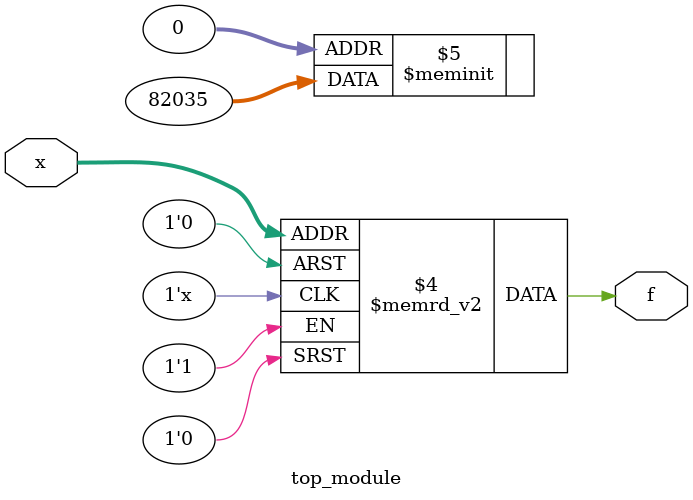
<source format=sv>
module top_module (
    input [4:0] x,
    output logic f
);

always_comb begin
    case (x)
        5'b00000, 5'b00001, 5'b00100, 5'b00101, 5'b00110, 5'b01110, 5'b10000: f = 1;
        5'b00010, 5'b00011, 5'b00111, 5'b01000, 5'b01001, 5'b01010, 5'b01011, 5'b01101, 5'b10001: f = 0;
        default: f = 0;
    endcase
end

endmodule

</source>
